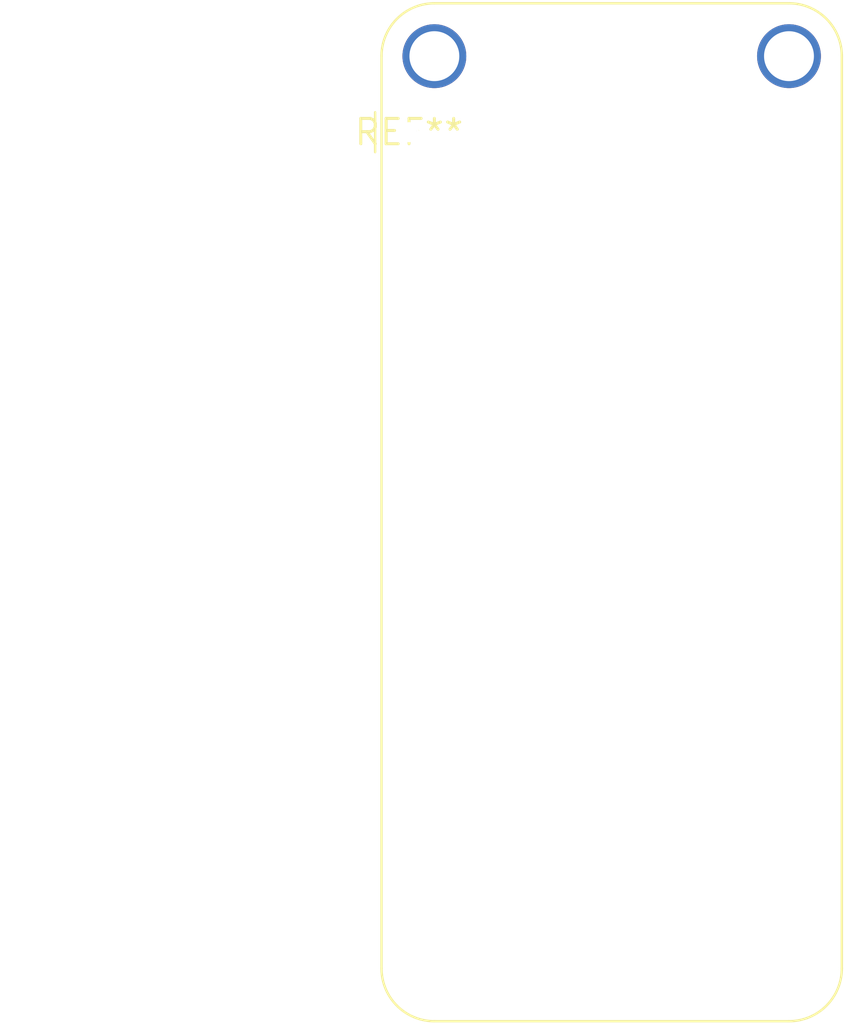
<source format=kicad_pcb>
(kicad_pcb (version 20240108) (generator pcbnew)
  (layers (0 "F.Cu" signal) (31 "B.Cu" signal) (34 "B.Paste" user) (35 "F.Paste" user) (36 "B.SilkS" user "B.Silkscreen") (37 "F.SilkS" user "F.Silkscreen") (38 "B.Mask" user) (39 "F.Mask" user) (44 "Edge.Cuts" user))
  (net 0 "")
  (footprint "Adafruit_Feather_WICED_WithMountingHoles" (layer "F.Cu") (at 0 0)
    (property "Reference" "REF**")
    (property "Value" "Adafruit_Feather_WICED_WithMountingHoles")
    (fp_line (start -1.7 1) (end -1.7 -1) (layer "F.SilkS") (stroke (width 0.12)))
    (fp_line (start -1.38 -3.81) (end -1.38 41.91) (layer "F.SilkS") (stroke (width 0.12)))
    (fp_line (start 19.05 -6.46) (end 1.27 -6.46) (layer "F.SilkS") (stroke (width 0.12)))
    (fp_line (start 19.05 44.56) (end 1.27 44.56) (layer "F.SilkS") (stroke (width 0.12)))
    (fp_line (start 21.7 -3.81) (end 21.7 41.91) (layer "F.SilkS") (stroke (width 0.12)))
    (fp_arc (start -1.38 -3.81) (mid -0.603833 -5.683833) (end 1.27 -6.46) (layer "F.SilkS") (stroke (width 0.12)))
    (fp_arc (start 1.27 44.56) (mid -0.603833 43.783833) (end -1.38 41.91) (layer "F.SilkS") (stroke (width 0.12)))
    (fp_arc (start 19.05 -6.46) (mid 20.923833 -5.683833) (end 21.7 -3.81) (layer "F.SilkS") (stroke (width 0.12)))
    (fp_arc (start 21.7 41.91) (mid 20.923833 43.783833) (end 19.05 44.56) (layer "F.SilkS") (stroke (width 0.12)))
    (pad "" np_thru_hole circle (at 1.27 -3.81 270) (size 3.2 3.2) (drill 2.5) (layers *.Cu *.Mask))
    (pad "" np_thru_hole circle (at 1.27 41.91 270) (size 2.54 2.54) (drill 2.54) (layers *.Cu *.Mask))
    (pad "" np_thru_hole circle (at 19.05 -3.81 270) (size 3.2 3.2) (drill 2.5) (layers *.Cu *.Mask))
    (pad "" np_thru_hole circle (at 19.05 41.91 270) (size 2.54 2.54) (drill 2.54) (layers *.Cu *.Mask))
    (pad "1" thru_hole roundrect (at 0 0) (size 2.6 1.6) (drill 1 (offset 0.3 0)) (layers *.Cu *.Mask) (remove_unused_layers) (roundrect_rratio 0.15625))
    (pad "2" thru_hole oval (at 0 2.54) (size 2.6 1.6) (drill 1 (offset 0.3 0)) (layers *.Cu *.Mask) (remove_unused_layers))
    (pad "3" thru_hole oval (at 0 5.08) (size 2.6 1.6) (drill 1 (offset 0.3 0)) (layers *.Cu *.Mask) (remove_unused_layers))
    (pad "4" thru_hole oval (at 0 7.62) (size 2.6 1.6) (drill 1 (offset 0.3 0)) (layers *.Cu *.Mask) (remove_unused_layers))
    (pad "5" thru_hole oval (at 0 10.16) (size 2.6 1.6) (drill 1 (offset 0.3 0)) (layers *.Cu *.Mask) (remove_unused_layers))
    (pad "6" thru_hole oval (at 0 12.7) (size 2.6 1.6) (drill 1 (offset 0.3 0)) (layers *.Cu *.Mask) (remove_unused_layers))
    (pad "7" thru_hole oval (at 0 15.24) (size 2.6 1.6) (drill 1 (offset 0.3 0)) (layers *.Cu *.Mask) (remove_unused_layers))
    (pad "8" thru_hole oval (at 0 17.78) (size 2.6 1.6) (drill 1 (offset 0.3 0)) (layers *.Cu *.Mask) (remove_unused_layers))
    (pad "9" thru_hole oval (at 0 20.32) (size 2.6 1.6) (drill 1 (offset 0.3 0)) (layers *.Cu *.Mask) (remove_unused_layers))
    (pad "10" thru_hole oval (at 0 22.86) (size 2.6 1.6) (drill 1 (offset 0.3 0)) (layers *.Cu *.Mask) (remove_unused_layers))
    (pad "11" thru_hole oval (at 0 25.4) (size 2.6 1.6) (drill 1 (offset 0.3 0)) (layers *.Cu *.Mask) (remove_unused_layers))
    (pad "12" thru_hole oval (at 0 27.94) (size 2.6 1.6) (drill 1 (offset 0.3 0)) (layers *.Cu *.Mask) (remove_unused_layers))
    (pad "13" thru_hole oval (at 0 30.48) (size 2.6 1.6) (drill 1 (offset 0.3 0)) (layers *.Cu *.Mask) (remove_unused_layers))
    (pad "14" thru_hole oval (at 0 33.02) (size 2.6 1.6) (drill 1 (offset 0.3 0)) (layers *.Cu *.Mask) (remove_unused_layers))
    (pad "15" thru_hole oval (at 0 35.56) (size 2.6 1.6) (drill 1 (offset 0.3 0)) (layers *.Cu *.Mask) (remove_unused_layers))
    (pad "16" thru_hole oval (at 0 38.1) (size 2.6 1.6) (drill 1 (offset 0.3 0)) (layers *.Cu *.Mask) (remove_unused_layers))
    (pad "17" thru_hole oval (at 20.32 38.1 180) (size 2.6 1.6) (drill 1 (offset 0.3 0)) (layers *.Cu *.Mask) (remove_unused_layers))
    (pad "18" thru_hole oval (at 20.32 35.56 180) (size 2.6 1.6) (drill 1 (offset 0.3 0)) (layers *.Cu *.Mask) (remove_unused_layers))
    (pad "19" thru_hole oval (at 20.32 33.02 180) (size 2.6 1.6) (drill 1 (offset 0.3 0)) (layers *.Cu *.Mask) (remove_unused_layers))
    (pad "20" thru_hole oval (at 20.32 30.48 180) (size 2.6 1.6) (drill 1 (offset 0.3 0)) (layers *.Cu *.Mask) (remove_unused_layers))
    (pad "21" thru_hole oval (at 20.32 27.94 180) (size 2.6 1.6) (drill 1 (offset 0.3 0)) (layers *.Cu *.Mask) (remove_unused_layers))
    (pad "22" thru_hole oval (at 20.32 25.4 180) (size 2.6 1.6) (drill 1 (offset 0.3 0)) (layers *.Cu *.Mask) (remove_unused_layers))
    (pad "23" thru_hole oval (at 20.32 22.86 180) (size 2.6 1.6) (drill 1 (offset 0.3 0)) (layers *.Cu *.Mask) (remove_unused_layers))
    (pad "24" thru_hole oval (at 20.32 20.32 180) (size 2.3 1.6) (drill 1 (offset 0.15 0)) (layers *.Cu *.Mask) (remove_unused_layers))
    (pad "25" thru_hole oval (at 20.32 17.78 180) (size 2.6 1.6) (drill 1 (offset 0.3 0)) (layers *.Cu *.Mask) (remove_unused_layers))
    (pad "26" thru_hole oval (at 20.32 15.24 180) (size 2.6 1.6) (drill 1 (offset 0.3 0)) (layers *.Cu *.Mask) (remove_unused_layers))
    (pad "27" thru_hole oval (at 20.32 12.7 180) (size 2.6 1.6) (drill 1 (offset 0.3 0)) (layers *.Cu *.Mask) (remove_unused_layers))
    (pad "28" thru_hole oval (at 20.32 10.16 180) (size 2.6 1.6) (drill 1 (offset 0.3 0)) (layers *.Cu *.Mask) (remove_unused_layers))
    (pad "29" thru_hole oval (at 17.78 20.32 180) (size 2.6 1.6) (drill 1 (offset 0.4 0)) (layers *.Cu *.Mask) (remove_unused_layers))
  )
)
</source>
